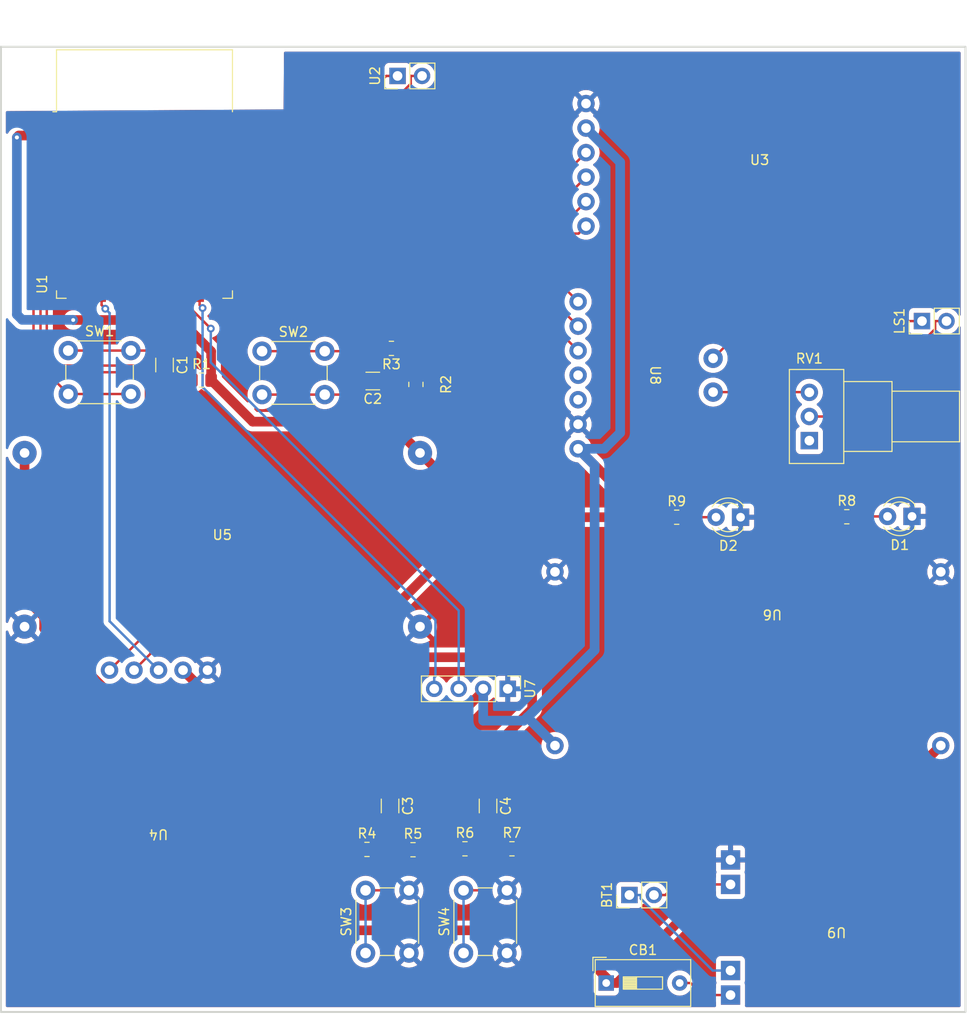
<source format=kicad_pcb>
(kicad_pcb (version 20211014) (generator pcbnew)
  (layers (0 "F.Cu" signal) (31 "B.Cu" signal) (34 "B.Paste" user) (35 "F.Paste" user) (36 "B.SilkS" user "B.Silkscreen") (37 "F.SilkS" user "F.Silkscreen") (38 "B.Mask" user) (39 "F.Mask" user) (44 "Edge.Cuts" user))
  (net 0 "")
  (net 1 "Net-(BT1-Pad1)")
  (net 2 "Net-(BT1-Pad2)")
  (net 3 "Net-(C1-Pad1)")
  (net 4 "Net-(C1-Pad2)")
  (net 5 "Net-(C2-Pad1)")
  (net 6 "Net-(C2-Pad2)")
  (net 7 "GND")
  (net 8 "B1")
  (net 9 "+4V")
  (net 10 "Net-(CB1-Pad2)")
  (net 11 "Net-(D1-Pad2)")
  (net 12 "Net-(D2-Pad2)")
  (net 13 "Net-(LS1-Pad1)")
  (net 14 "Net-(LS1-Pad2)")
  (net 15 "+3V3")
  (net 16 "Net-(R3-Pad2)")
  (net 17 "Net-(R5-Pad2)")
  (net 18 "Net-(R7-Pad2)")
  (net 19 "+5V")
  (net 21 "Net-(RV1-Pad3)")
  (net 28 "DIN")
  (net 31 "MOSI")
  (net 32 "SCLi2c")
  (net 33 "MISO")
  (net 40 "SCK")
  (net 41 "CS")
  (net 42 "SADi2c")
  (net 43 "VRX")
  (net 44 "VRY")
  (net 46 "SW")
  (net 47 "RX")
  (net 48 "TX")
  (net 49 "LRC")
  (net 50 "BCLK")
  (net 53 "Net-(SW1-Pad2)")
  (net 57 "B2")
  (footprint "Modulos:MicroSDCardAdapter" (layer "F.Cu") (at 108.6584 42.2339)
    (fp_text reference "U3" (at 0 -0.5 unlocked) (layer "F.SilkS"))
    (fp_text value "MicroSDCardAdapter")
    (pad "1" thru_hole circle (at -18 -6.35) (size 1.8 1.8) (drill 1) (layers *.Cu *.Mask) (net 7 "GND"))
    (pad "2" thru_hole circle (at -18 -3.81) (size 1.8 1.8) (drill 1) (layers *.Cu *.Mask) (net 19 "+5V"))
    (pad "3" thru_hole circle (at -18 -1.27) (size 1.8 1.8) (drill 1) (layers *.Cu *.Mask) (net 33 "MISO"))
    (pad "4" thru_hole circle (at -18 1.27) (size 1.8 1.8) (drill 1) (layers *.Cu *.Mask) (net 31 "MOSI"))
    (pad "5" thru_hole circle (at -18 3.81) (size 1.8 1.8) (drill 1) (layers *.Cu *.Mask) (net 40 "SCK"))
    (pad "6" thru_hole circle (at -18 6.35) (size 1.8 1.8) (drill 1) (layers *.Cu *.Mask) (net 41 "CS"))
  )
  (footprint "Resistor_SMD:R_0805_2012Metric_Pad1.20x1.40mm_HandSolder" (layer "F.Cu") (at 82.9796 113.0944)
    (fp_text reference "R7" (at 0 -1.65) (layer "F.SilkS"))
    (fp_text value "5.1k")
    (fp_line (start -0.227064 -0.735) (end 0.227064 -0.735) (layer "F.SilkS") (width 0.12))
    (fp_line (start -0.227064 0.735) (end 0.227064 0.735) (layer "F.SilkS") (width 0.12))
    (pad "1" smd roundrect (at -1 0) (size 1.2 1.4) (layers "F.Cu" "F.Paste" "F.Mask") (roundrect_rratio 0.2083333333) (net 57 "B2"))
    (pad "2" smd roundrect (at 1 0) (size 1.2 1.4) (layers "F.Cu" "F.Paste" "F.Mask") (roundrect_rratio 0.2083333333) (net 18 "Net-(R7-Pad2)"))
  )
  (footprint "Resistor_SMD:R_0805_2012Metric_Pad1.20x1.40mm_HandSolder" (layer "F.Cu") (at 73.0211 64.9825 90)
    (fp_text reference "R2" (at -0.0075 3.1289 90) (layer "F.SilkS"))
    (fp_text value "10k")
    (fp_line (start -0.227064 -0.735) (end 0.227064 -0.735) (layer "F.SilkS") (width 0.12))
    (fp_line (start -0.227064 0.735) (end 0.227064 0.735) (layer "F.SilkS") (width 0.12))
    (pad "1" smd roundrect (at -1 0 90) (size 1.2 1.4) (layers "F.Cu" "F.Paste" "F.Mask") (roundrect_rratio 0.2083333333) (net 15 "+3V3"))
    (pad "2" smd roundrect (at 1 0 90) (size 1.2 1.4) (layers "F.Cu" "F.Paste" "F.Mask") (roundrect_rratio 0.2083333333) (net 5 "Net-(C2-Pad1)"))
  )
  (footprint "Resistor_SMD:R_0805_2012Metric_Pad1.20x1.40mm_HandSolder" (layer "F.Cu") (at 117.6952 78.6919)
    (fp_text reference "R8" (at 0 -1.65) (layer "F.SilkS"))
    (fp_text value "1k")
    (fp_line (start -0.227064 0.735) (end 0.227064 0.735) (layer "F.SilkS") (width 0.12))
    (fp_line (start -0.227064 -0.735) (end 0.227064 -0.735) (layer "F.SilkS") (width 0.12))
    (pad "1" smd roundrect (at -1 0) (size 1.2 1.4) (layers "F.Cu" "F.Paste" "F.Mask") (roundrect_rratio 0.2083333333) (net 19 "+5V"))
    (pad "2" smd roundrect (at 1 0) (size 1.2 1.4) (layers "F.Cu" "F.Paste" "F.Mask") (roundrect_rratio 0.2083333333) (net 11 "Net-(D1-Pad2)"))
  )
  (footprint "Potentiometer_THT:Potentiometer_Alps_RK09Y11_Single_Horizontal" (layer "F.Cu") (at 113.8133 70.8048 180)
    (fp_text reference "RV1" (at 0 8.5) (layer "F.SilkS"))
    (fp_text value "R_Potentiometer")
    (fp_line (start 2.071 7.37) (end 2.071 -2.37) (layer "F.SilkS") (width 0.12))
    (fp_line (start -3.57 -1.12) (end -8.57 -1.12) (layer "F.SilkS") (width 0.12))
    (fp_line (start -8.57 -0.12) (end -15.57 -0.12) (layer "F.SilkS") (width 0.12))
    (fp_line (start -3.57 6.12) (end -8.57 6.12) (layer "F.SilkS") (width 0.12))
    (fp_line (start 2.071 7.37) (end -3.57 7.37) (layer "F.SilkS") (width 0.12))
    (fp_line (start -8.57 6.12) (end -8.57 -1.12) (layer "F.SilkS") (width 0.12))
    (fp_line (start -3.57 7.37) (end -3.57 -2.37) (layer "F.SilkS") (width 0.12))
    (fp_line (start 2.071 -2.37) (end -3.57 -2.37) (layer "F.SilkS") (width 0.12))
    (fp_line (start -15.57 5.12) (end -15.57 -0.12) (layer "F.SilkS") (width 0.12))
    (fp_line (start -8.57 5.12) (end -15.57 5.12) (layer "F.SilkS") (width 0.12))
    (pad "1" thru_hole rect (at 0 0) (size 1.8 1.8) (drill 1) (layers *.Cu *.Mask))
    (pad "2" thru_hole circle (at 0 2.5) (size 1.8 1.8) (drill 1) (layers *.Cu *.Mask) (net 14 "Net-(LS1-Pad2)"))
    (pad "3" thru_hole circle (at 0 5) (size 1.8 1.8) (drill 1) (layers *.Cu *.Mask) (net 21 "Net-(RV1-Pad3)"))
  )
  (footprint "Capacitor_SMD:C_1206_3216Metric_Pad1.33x1.80mm_HandSolder" (layer "F.Cu") (at 70.3414 108.6553 -90)
    (fp_text reference "C3" (at 0 -1.85 90) (layer "F.SilkS"))
    (fp_text value "100n")
    (fp_line (start -0.711252 -0.91) (end 0.711252 -0.91) (layer "F.SilkS") (width 0.12))
    (fp_line (start -0.711252 0.91) (end 0.711252 0.91) (layer "F.SilkS") (width 0.12))
    (pad "1" smd roundrect (at -1.5625 0 270) (size 1.325 1.8) (layers "F.Cu" "F.Paste" "F.Mask") (roundrect_rratio 0.1886792453) (net 7 "GND"))
    (pad "2" smd roundrect (at 1.5625 0 270) (size 1.325 1.8) (layers "F.Cu" "F.Paste" "F.Mask") (roundrect_rratio 0.1886792453) (net 8 "B1"))
  )
  (footprint "Modulos:LM2596" (layer "F.Cu") (at 52.9471 81.0797)
    (fp_text reference "U5" (at 0 -0.5 unlocked) (layer "F.SilkS"))
    (fp_text value "LM2596")
    (pad "1" thru_hole circle (at -20.5 -9) (size 2.5 2.5) (drill 1) (layers *.Cu *.Mask) (net 9 "+4V"))
    (pad "2" thru_hole circle (at -20.5 9) (size 2.5 2.5) (drill 1) (layers *.Cu *.Mask) (net 7 "GND"))
    (pad "3" thru_hole circle (at 20.5 -9) (size 2.5 2.5) (drill 1) (layers *.Cu *.Mask) (net 15 "+3V3"))
    (pad "4" thru_hole circle (at 20.5 9) (size 2.5 2.5) (drill 1) (layers *.Cu *.Mask) (net 7 "GND"))
  )
  (footprint "Connector_PinHeader_2.54mm:PinHeader_1x02_P2.54mm_Vertical" (layer "F.Cu") (at 95.1591 117.885 90)
    (fp_text reference "BT1" (at 0 -2.33 90) (layer "F.SilkS"))
    (fp_text value "Battery_Cell")
    (fp_line (start -1.33 1.27) (end 1.33 1.27) (layer "F.SilkS") (width 0.12))
    (fp_line (start -1.33 1.27) (end -1.33 3.87) (layer "F.SilkS") (width 0.12))
    (fp_line (start 1.33 1.27) (end 1.33 3.87) (layer "F.SilkS") (width 0.12))
    (fp_line (start -1.33 -1.33) (end 0 -1.33) (layer "F.SilkS") (width 0.12))
    (fp_line (start -1.33 3.87) (end 1.33 3.87) (layer "F.SilkS") (width 0.12))
    (fp_line (start -1.33 0) (end -1.33 -1.33) (layer "F.SilkS") (width 0.12))
    (pad "1" thru_hole rect (at 0 0 90) (size 1.7 1.7) (drill 1) (layers *.Cu *.Mask) (net 1 "Net-(BT1-Pad1)"))
    (pad "2" thru_hole oval (at 0 2.54 90) (size 1.7 1.7) (drill 1) (layers *.Cu *.Mask) (net 2 "Net-(BT1-Pad2)"))
  )
  (footprint "Capacitor_SMD:C_1206_3216Metric_Pad1.33x1.80mm_HandSolder" (layer "F.Cu") (at 68.55 64.63 180)
    (fp_text reference "C2" (at 0 -1.85) (layer "F.SilkS"))
    (fp_text value "100n")
    (fp_line (start -0.711252 0.91) (end 0.711252 0.91) (layer "F.SilkS") (width 0.12))
    (fp_line (start -0.711252 -0.91) (end 0.711252 -0.91) (layer "F.SilkS") (width 0.12))
    (pad "1" smd roundrect (at -1.5625 0 180) (size 1.325 1.8) (layers "F.Cu" "F.Paste" "F.Mask") (roundrect_rratio 0.1886792453) (net 5 "Net-(C2-Pad1)"))
    (pad "2" smd roundrect (at 1.5625 0 180) (size 1.325 1.8) (layers "F.Cu" "F.Paste" "F.Mask") (roundrect_rratio 0.1886792453) (net 6 "Net-(C2-Pad2)"))
  )
  (footprint "Modulos:MAX98357a" (layer "F.Cu") (at 97.3372 64.0287 -90)
    (fp_text reference "U8" (at 0 -0.5 -90 unlocked) (layer "F.SilkS"))
    (fp_text value "MAX_98357A")
    (pad "1" thru_hole circle (at -7.62 7.5 270) (size 1.8 1.8) (drill 1) (layers *.Cu *.Mask) (net 49 "LRC"))
    (pad "2" thru_hole circle (at -5.08 7.5 270) (size 1.8 1.8) (drill 1) (layers *.Cu *.Mask) (net 50 "BCLK"))
    (pad "3" thru_hole circle (at -2.54 7.5 270) (size 1.8 1.8) (drill 1) (layers *.Cu *.Mask) (net 28 "DIN"))
    (pad "4" thru_hole circle (at 0 7.5 270) (size 1.8 1.8) (drill 1) (layers *.Cu *.Mask))
    (pad "5" thru_hole circle (at 2.54 7.5 270) (size 1.8 1.8) (drill 1) (layers *.Cu *.Mask))
    (pad "6" thru_hole circle (at 5.08 7.5 270) (size 1.8 1.8) (drill 1) (layers *.Cu *.Mask) (net 7 "GND"))
    (pad "7" thru_hole circle (at 7.62 7.5 270) (size 1.8 1.8) (drill 1) (layers *.Cu *.Mask) (net 19 "+5V"))
    (pad "8" thru_hole circle (at -1.75 -6.5 270) (size 2 2) (drill 1) (layers *.Cu *.Mask) (net 13 "Net-(LS1-Pad1)"))
    (pad "9" thru_hole circle (at 1.75 -6.5 270) (size 2 2) (drill 1) (layers *.Cu *.Mask) (net 21 "Net-(RV1-Pad3)"))
  )
  (footprint "RF_Module:ESP32-WROOM-32" (layer "F.Cu") (at 44.88 46.1784)
    (fp_text reference "U1" (at -10.61 8.43 90) (layer "F.SilkS"))
    (fp_text value "ESP32-WROOM-32")
    (fp_line (start 9.12 -15.865) (end 9.12 -9.445) (layer "F.SilkS") (width 0.12))
    (fp_line (start -9.12 9.88) (end -8.12 9.88) (layer "F.SilkS") (width 0.12))
    (fp_line (start -9.12 -15.865) (end 9.12 -15.865) (layer "F.SilkS") (width 0.12))
    (fp_line (start -9.12 -9.445) (end -9.5 -9.445) (layer "F.SilkS") (width 0.12))
    (fp_line (start -9.12 9.1) (end -9.12 9.88) (layer "F.SilkS") (width 0.12))
    (fp_line (start 9.12 9.88) (end 8.12 9.88) (layer "F.SilkS") (width 0.12))
    (fp_line (start -9.12 -15.865) (end -9.12 -9.445) (layer "F.SilkS") (width 0.12))
    (fp_line (start 9.12 9.1) (end 9.12 9.88) (layer "F.SilkS") (width 0.12))
    (pad "1" smd rect (at -8.5 -8.255) (size 2 0.9) (layers "F.Cu" "F.Paste" "F.Mask") (net 7 "GND"))
    (pad "2" smd rect (at -8.5 -6.985) (size 2 0.9) (layers "F.Cu" "F.Paste" "F.Mask") (net 15 "+3V3"))
    (pad "3" smd rect (at -8.5 -5.715) (size 2 0.9) (layers "F.Cu" "F.Paste" "F.Mask") (net 53 "Net-(SW1-Pad2)"))
    (pad "4" smd rect (at -8.5 -4.445) (size 2 0.9) (layers "F.Cu" "F.Paste" "F.Mask"))
    (pad "5" smd rect (at -8.5 -3.175) (size 2 0.9) (layers "F.Cu" "F.Paste" "F.Mask"))
    (pad "6" smd rect (at -8.5 -1.905) (size 2 0.9) (layers "F.Cu" "F.Paste" "F.Mask"))
    (pad "7" smd rect (at -8.5 -0.635) (size 2 0.9) (layers "F.Cu" "F.Paste" "F.Mask"))
    (pad "8" smd rect (at -8.5 0.635) (size 2 0.9) (layers "F.Cu" "F.Paste" "F.Mask"))
    (pad "9" smd rect (at -8.5 1.905) (size 2 0.9) (layers "F.Cu" "F.Paste" "F.Mask"))
    (pad "10" smd rect (at -8.5 3.175) (size 2 0.9) (layers "F.Cu" "F.Paste" "F.Mask"))
    (pad "11" smd rect (at -8.5 4.445) (size 2 0.9) (layers "F.Cu" "F.Paste" "F.Mask"))
    (pad "12" smd rect (at -8.5 5.715) (size 2 0.9) (layers "F.Cu" "F.Paste" "F.Mask"))
    (pad "13" smd rect (at -8.5 6.985) (size 2 0.9) (layers "F.Cu" "F.Paste" "F.Mask") (net 46 "SW"))
    (pad "14" smd rect (at -8.5 8.255) (size 2 0.9) (layers "F.Cu" "F.Paste" "F.Mask") (net 44 "VRY"))
    (pad "15" smd rect (at -5.715 9.255 90) (size 2 0.9) (layers "F.Cu" "F.Paste" "F.Mask") (net 7 "GND"))
    (pad "16" smd rect (at -4.445 9.255 90) (size 2 0.9) (layers "F.Cu" "F.Paste" "F.Mask") (net 43 "VRX"))
    (pad "17" smd rect (at -3.175 9.255 90) (size 2 0.9) (layers "F.Cu" "F.Paste" "F.Mask"))
    (pad "18" smd rect (at -1.905 9.255 90) (size 2 0.9) (layers "F.Cu" "F.Paste" "F.Mask"))
    (pad "19" smd rect (at -0.635 9.255 90) (size 2 0.9) (layers "F.Cu" "F.Paste" "F.Mask"))
    (pad "20" smd rect (at 0.635 9.255 90) (size 2 0.9) (layers "F.Cu" "F.Paste" "F.Mask"))
    (pad "21" smd rect (at 1.905 9.255 90) (size 2 0.9) (layers "F.Cu" "F.Paste" "F.Mask"))
    (pad "22" smd rect (at 3.175 9.255 90) (size 2 0.9) (layers "F.Cu" "F.Paste" "F.Mask"))
    (pad "23" smd rect (at 4.445 9.255 90) (size 2 0.9) (layers "F.Cu" "F.Paste" "F.Mask") (net 42 "SADi2c"))
    (pad "24" smd rect (at 5.715 9.255 90) (size 2 0.9) (layers "F.Cu" "F.Paste" "F.Mask") (net 32 "SCLi2c"))
    (pad "25" smd rect (at 8.5 8.255) (size 2 0.9) (layers "F.Cu" "F.Paste" "F.Mask") (net 5 "Net-(C2-Pad1)"))
    (pad "26" smd rect (at 8.5 6.985) (size 2 0.9) (layers "F.Cu" "F.Paste" "F.Mask") (net 28 "DIN"))
    (pad "27" smd rect (at 8.5 5.715) (size 2 0.9) (layers "F.Cu" "F.Paste" "F.Mask") (net 50 "BCLK"))
    (pad "28" smd rect (at 8.5 4.445) (size 2 0.9) (layers "F.Cu" "F.Paste" "F.Mask") (net 49 "LRC"))
    (pad "29" smd rect (at 8.5 3.175) (size 2 0.9) (layers "F.Cu" "F.Paste" "F.Mask") (net 41 "CS"))
    (pad "30" smd rect (at 8.5 1.905) (size 2 0.9) (layers "F.Cu" "F.Paste" "F.Mask") (net 40 "SCK"))
    (pad "31" smd rect (at 8.5 0.635) (size 2 0.9) (layers "F.Cu" "F.Paste" "F.Mask") (net 31 "MOSI"))
    (pad "32" smd rect (at 8.5 -0.635) (size 2 0.9) (layers "F.Cu" "F.Paste" "F.Mask"))
    (pad "33" smd rect (at 8.5 -1.905) (size 2 0.9) (layers "F.Cu" "F.Paste" "F.Mask") (net 33 "MISO"))
    (pad "34" smd rect (at 8.5 -3.175) (size 2 0.9) (layers "F.Cu" "F.Paste" "F.Mask") (net 47 "RX"))
    (pad "35" smd rect (at 8.5 -4.445) (size 2 0.9) (layers "F.Cu" "F.Paste" "F.Mask") (net 48 "TX"))
    (pad "36" smd rect (at 8.5 -5.715) (size 2 0.9) (layers "F.Cu" "F.Paste" "F.Mask"))
    (pad "37" smd rect (at 8.5 -6.985) (size 2 0.9) (layers "F.Cu" "F.Paste" "F.Mask"))
    (pad "38" smd rect (at 8.5 -8.255) (size 2 0.9) (layers "F.Cu" "F.Paste" "F.Mask") (net 7 "GND"))
    (pad "39" smd rect (at -1 -0.755) (size 5 5) (layers "F.Cu" "F.Paste" "F.Mask") (net 7 "GND"))
    (zone (net 0) (net_name "") (layers *.Cu) (connect_pads (clearance 0)) (min_thickness 0.254)
      (keepout (tracks not_allowed) (vias not_allowed) (pads not_allowed) (copperpour not_allowed) (footprints not_allowed))
      (fill (thermal_gap 0.508) (thermal_bridge_width 0.508))
      (polygon (pts (xy 30.88 36.2084) (xy 58.88 36.2084) (xy 58.88 25.4284) (xy 30.88 25.4284)))
    )
  )
  (footprint "Capacitor_SMD:C_1206_3216Metric_Pad1.33x1.80mm_HandSolder" (layer "F.Cu") (at 46.9591 62.973 -90)
    (fp_text reference "C1" (at 0 -1.85 90) (layer "F.SilkS"))
    (fp_text value "100n")
    (fp_line (start -0.711252 0.91) (end 0.711252 0.91) (layer "F.SilkS") (width 0.12))
    (fp_line (start -0.711252 -0.91) (end 0.711252 -0.91) (layer "F.SilkS") (width 0.12))
    (pad "1" smd roundrect (at -1.5625 0 270) (size 1.325 1.8) (layers "F.Cu" "F.Paste" "F.Mask") (roundrect_rratio 0.1886792453) (net 3 "Net-(C1-Pad1)"))
    (pad "2" smd roundrect (at 1.5625 0 270) (size 1.325 1.8) (layers "F.Cu" "F.Paste" "F.Mask") (roundrect_rratio 0.1886792453) (net 4 "Net-(C1-Pad2)"))
  )
  (footprint "Resistor_SMD:R_0805_2012Metric_Pad1.20x1.40mm_HandSolder" (layer "F.Cu") (at 72.7228 113.1905)
    (fp_text reference "R5" (at 0 -1.65) (layer "F.SilkS"))
    (fp_text value "5.1k")
    (fp_line (start -0.227064 0.735) (end 0.227064 0.735) (layer "F.SilkS") (width 0.12))
    (fp_line (start -0.227064 -0.735) (end 0.227064 -0.735) (layer "F.SilkS") (width 0.12))
    (pad "1" smd roundrect (at -1 0) (size 1.2 1.4) (layers "F.Cu" "F.Paste" "F.Mask") (roundrect_rratio 0.2083333333) (net 8 "B1"))
    (pad "2" smd roundrect (at 1 0) (size 1.2 1.4) (layers "F.Cu" "F.Paste" "F.Mask") (roundrect_rratio 0.2083333333) (net 17 "Net-(R5-Pad2)"))
  )
  (footprint "LED_THT:LED_D3.0mm" (layer "F.Cu") (at 124.46 78.66 180)
    (fp_text reference "D1" (at 1.27 -2.96) (layer "F.SilkS"))
    (fp_text value "LED")
    (fp_line (start -0.29 1.08) (end -0.29 1.236) (layer "F.SilkS") (width 0.12))
    (fp_line (start -0.29 -1.236) (end -0.29 -1.08) (layer "F.SilkS") (width 0.12))
    (fp_arc (start 2.942335 1.078608) (mid 1.366487 1.987659) (end -0.29 1.235516) (layer "F.SilkS") (width 0.12))
    (fp_arc (start 2.31113 1.079837) (mid 1.270117 1.5) (end 0.229039 1.08) (layer "F.SilkS") (width 0.12))
    (fp_arc (start 0.229039 -1.08) (mid 1.270117 -1.5) (end 2.31113 -1.079837) (layer "F.SilkS") (width 0.12))
    (fp_arc (start -0.29 -1.235516) (mid 1.366487 -1.987659) (end 2.942335 -1.078608) (layer "F.SilkS") (width 0.12))
    (pad "1" thru_hole rect (at 0 0 180) (size 1.8 1.8) (drill 0.9) (layers *.Cu *.Mask) (net 7 "GND"))
    (pad "2" thru_hole circle (at 2.54 0 180) (size 1.8 1.8) (drill 0.9) (layers *.Cu *.Mask) (net 11 "Net-(D1-Pad2)"))
  )
  (footprint "Resistor_SMD:R_0805_2012Metric_Pad1.20x1.40mm_HandSolder" (layer "F.Cu") (at 78.1087 113.0943)
    (fp_text reference "R6" (at 0 -1.65) (layer "F.SilkS"))
    (fp_text value "51k")
    (fp_line (start -0.227064 0.735) (end 0.227064 0.735) (layer "F.SilkS") (width 0.12))
    (fp_line (start -0.227064 -0.735) (end 0.227064 -0.735) (layer "F.SilkS") (width 0.12))
    (pad "1" smd roundrect (at -1 0) (size 1.2 1.4) (layers "F.Cu" "F.Paste" "F.Mask") (roundrect_rratio 0.2083333333) (net 15 "+3V3"))
    (pad "2" smd roundrect (at 1 0) (size 1.2 1.4) (layers "F.Cu" "F.Paste" "F.Mask") (roundrect_rratio 0.2083333333) (net 57 "B2"))
  )
  (footprint "Modulos:Tp056" (layer "F.Cu") (at 116.6401 121.247 180)
    (fp_text reference "U9" (at 0 -0.5 180 unlocked) (layer "F.SilkS"))
    (fp_text value "TP4056")
    (pad "1" thru_hole rect (at 11 -7 180) (size 2 2) (drill 1) (layers *.Cu *.Mask) (net 10 "Net-(CB1-Pad2)"))
    (pad "2" thru_hole rect (at 11 -4.46 180) (size 2 2) (drill 1) (layers *.Cu *.Mask) (net 1 "Net-(BT1-Pad1)"))
    (pad "3" thru_hole rect (at 11 4.46 180) (size 2 2) (drill 1) (layers *.Cu *.Mask) (net 2 "Net-(BT1-Pad2)"))
    (pad "4" thru_hole rect (at 11 7 180) (size 2 2) (drill 1) (layers *.Cu *.Mask) (net 7 "GND"))
  )
  (footprint "Resistor_SMD:R_0805_2012Metric_Pad1.20x1.40mm_HandSolder" (layer "F.Cu") (at 67.948 113.1585)
    (fp_text reference "R4" (at 0 -1.65) (layer "F.SilkS"))
    (fp_text value "51k")
    (fp_line (start -0.227064 0.735) (end 0.227064 0.735) (layer "F.SilkS") (width 0.12))
    (fp_line (start -0.227064 -0.735) (end 0.227064 -0.735) (layer "F.SilkS") (width 0.12))
    (pad "1" smd roundrect (at -1 0) (size 1.2 1.4) (layers "F.Cu" "F.Paste" "F.Mask") (roundrect_rratio 0.2083333333) (net 15 "+3V3"))
    (pad "2" smd roundrect (at 1 0) (size 1.2 1.4) (layers "F.Cu" "F.Paste" "F.Mask") (roundrect_rratio 0.2083333333) (net 8 "B1"))
  )
  (footprint "Modulos:HW-504" (layer "F.Cu") (at 46.3361 111.0883 180)
    (fp_text reference "U4" (at 0 -0.5 180 unlocked) (layer "F.SilkS"))
    (fp_text value "HW-504")
    (pad "1" thru_hole circle (at -5.08 16.5 180) (size 1.8 1.8) (drill 1) (layers *.Cu *.Mask) (net 7 "GND"))
    (pad "2" thru_hole circle (at -2.54 16.5 180) (size 1.8 1.8) (drill 1) (layers *.Cu *.Mask) (net 19 "+5V"))
    (pad "3" thru_hole circle (at 0 16.5 180) (size 1.8 1.8) (drill 1) (layers *.Cu *.Mask) (net 43 "VRX"))
    (pad "4" thru_hole circle (at 2.54 16.5 180) (size 1.8 1.8) (drill 1) (layers *.Cu *.Mask) (net 44 "VRY"))
    (pad "5" thru_hole circle (at 5.08 16.5 180) (size 1.8 1.8) (drill 1) (layers *.Cu *.Mask) (net 46 "SW"))
  )
  (footprint "Button_Switch_THT:SW_DIP_SPSTx01_Slide_9.78x4.72mm_W7.62mm_P2.54mm" (layer "F.Cu") (at 92.7525 127)
    (fp_text reference "CB1" (at 3.81 -3.42) (layer "F.SilkS"))
    (fp_text value "CircuitBreaker_1P")
    (fp_line (start 1.78 -0.035) (end 3.133333 -0.035) (layer "F.SilkS") (width 0.12))
    (fp_line (start 1.78 0.635) (end 5.84 0.635) (layer "F.SilkS") (width 0.12))
    (fp_line (start 3.133333 -0.635) (end 3.133333 0.635) (layer "F.SilkS") (width 0.12))
    (fp_line (start 1.78 0.445) (end 3.133333 0.445) (layer "F.SilkS") (width 0.12))
    (fp_line (start 1.78 -0.635) (end 1.78 0.635) (layer "F.SilkS") (width 0.12))
    (fp_line (start -1.14 2.42) (end 8.76 2.42) (layer "F.SilkS") (width 0.12))
    (fp_line (start 1.78 -0.155) (end 3.133333 -0.155) (layer "F.SilkS") (width 0.12))
    (fp_line (start 5.84 0.635) (end 5.84 -0.635) (layer "F.SilkS") (width 0.12))
    (fp_line (start -1.14 -2.42) (end -1.14 2.42) (layer "F.SilkS") (width 0.12))
    (fp_line (start -1.38 -2.66) (end -1.38 -1.277) (layer "F.SilkS") (width 0.12))
    (fp_line (start 1.78 0.205) (end 3.133333 0.205) (layer "F.SilkS") (width 0.12))
    (fp_line (start -1.38 -2.66) (end 0.004 -2.66) (layer "F.SilkS") (width 0.12))
    (fp_line (start 1.78 -0.275) (end 3.133333 -0.275) (layer "F.SilkS") (width 0.12))
    (fp_line (start 1.78 0.085) (end 3.133333 0.085) (layer "F.SilkS") (width 0.12))
    (fp_line (start 8.76 -2.42) (end 8.76 2.42) (layer "F.SilkS") (width 0.12))
    (fp_line (start 1.78 -0.395) (end 3.133333 -0.395) (layer "F.SilkS") (width 0.12))
    (fp_line (start -1.14 -2.42) (end 8.76 -2.42) (layer "F.SilkS") (width 0.12))
    (fp_line (start 1.78 0.325) (end 3.133333 0.325) (layer "F.SilkS") (width 0.12))
    (fp_line (start 1.78 0.565) (end 3.133333 0.565) (layer "F.SilkS") (width 0.12))
    (fp_line (start 5.84 -0.635) (end 1.78 -0.635) (layer "F.SilkS") (width 0.12))
    (fp_line (start 1.78 -0.515) (end 3.133333 -0.515) (layer "F.SilkS") (width 0.12))
    (pad "1" thru_hole rect (at 0 0) (size 1.6 1.6) (drill 0.8) (layers *.Cu *.Mask) (net 9 "+4V"))
    (pad "2" thru_hole oval (at 7.62 0) (size 1.6 1.6) (drill 0.8) (layers *.Cu *.Mask) (net 10 "Net-(CB1-Pad2)"))
  )
  (footprint "Capacitor_SMD:C_1206_3216Metric_Pad1.33x1.80mm_HandSolder" (layer "F.Cu") (at 80.5014 108.6553 -90)
    (fp_text reference "C4" (at 0 -1.85 90) (layer "F.SilkS"))
    (fp_text value "100n")
    (fp_line (start -0.711252 0.91) (end 0.711252 0.91) (layer "F.SilkS") (width 0.12))
    (fp_line (start -0.711252 -0.91) (end 0.711252 -0.91) (layer "F.SilkS") (width 0.12))
    (pad "1" smd roundrect (at -1.5625 0 270) (size 1.325 1.8) (layers "F.Cu" "F.Paste" "F.Mask") (roundrect_rratio 0.1886792453) (net 7 "GND"))
    (pad "2" smd roundrect (at 1.5625 0 270) (size 1.325 1.8) (layers "F.Cu" "F.Paste" "F.Mask") (roundrect_rratio 0.1886792453) (net 57 "B2"))
  )
  (footprint "Connector_PinHeader_2.54mm:PinHeader_1x02_P2.54mm_Vertical" (layer "F.Cu") (at 71.12 33.02 90)
    (fp_text reference "U2" (at 0 -2.33 90) (layer "F.SilkS"))
    (fp_text value "RS232")
    (fp_line (start -1.33 -1.33) (end 0 -1.33) (layer "F.SilkS") (width 0.12))
    (fp_line (start -1.33 1.27) (end -1.33 3.87) (layer "F.SilkS") (width 0.12))
    (fp_line (start -1.33 1.27) (end 1.33 1.27) (layer "F.SilkS") (width 0.12))
    (fp_line (start -1.33 3.87) (end 1.33 3.87) (layer "F.SilkS") (width 0.12))
    (fp_line (start 1.33 1.27) (end 1.33 3.87) (layer "F.SilkS") (width 0.12))
    (fp_line (start -1.33 0) (end -1.33 -1.33) (layer "F.SilkS") (width 0.12))
    (pad "1" thru_hole rect (at 0 0 90) (size 1.7 1.7) (drill 1) (layers *.Cu *.Mask) (net 48 "TX"))
    (pad "2" thru_hole oval (at 0 2.54 90) (size 1.7 1.7) (drill 1) (layers *.Cu *.Mask) (net 47 "RX"))
  )
  (footprint "LED_THT:LED_D3.0mm" (layer "F.Cu") (at 106.68 78.74 180)
    (fp_text reference "D2" (at 1.27 -2.96) (layer "F.SilkS"))
    (fp_text value "LED")
    (fp_line (start -0.29 -1.236) (end -0.29 -1.08) (layer "F.SilkS") (width 0.12))
    (fp_line (start -0.29 1.08) (end -0.29 1.236) (layer "F.SilkS") (width 0.12))
    (fp_arc (start 2.31113 1.079837) (mid 1.270117 1.5) (end 0.229039 1.08) (layer "F.SilkS") (width 0.12))
    (fp_arc (start 0.229039 -1.08) (mid 1.270117 -1.5) (end 2.31113 -1.079837) (layer "F.SilkS") (width 0.12))
    (fp_arc (start 2.942335 1.078608) (mid 1.366487 1.987659) (end -0.29 1.235516) (layer "F.SilkS") (width 0.12))
    (fp_arc (start -0.29 -1.235516) (mid 1.366487 -1.987659) (end 2.942335 -1.078608) (layer "F.SilkS") (width 0.12))
    (pad "1" thru_hole rect (at 0 0 180) (size 1.8 1.8) (drill 0.9) (layers *.Cu *.Mask) (net 7 "GND"))
    (pad "2" thru_hole circle (at 2.54 0 180) (size 1.8 1.8) (drill 0.9) (layers *.Cu *.Mask) (net 12 "Net-(D2-Pad2)"))
  )
  (footprint "Button_Switch_THT:SW_PUSH_6mm_H5mm" (layer "F.Cu") (at 77.9614 123.8953 90)
    (fp_text reference "SW4" (at 3.25 -2 90) (layer "F.SilkS"))
    (fp_text value "SW_Push")
    (fp_line (start -0.25 1.5) (end -0.25 3) (layer "F.SilkS") (width 0.12))
    (fp_line (start 1 5.5) (end 5.5 5.5) (layer "F.SilkS") (width 0.12))
    (fp_line (start 6.75 3) (end 6.75 1.5) (layer "F.SilkS") (width 0.12))
    (fp_line (start 5.5 -1) (end 1 -1) (layer "F.SilkS") (width 0.12))
    (pad "1" thru_hole circle (at 6.5 0 180) (size 2 2) (drill 1.1) (layers *.Cu *.Mask) (net 18 "Net-(R7-Pad2)"))
    (pad "1" thru_hole circle (at 0 0 180) (size 2 2) (drill 1.1) (layers *.Cu *.Mask) (net 18 "Net-(R7-Pad2)"))
    (pad "2" thru_hole circle (at 6.5 4.5 180) (size 2 2) (drill 1.1) (layers *.Cu *.Mask) (net 7 "GND"))
    (pad "2" thru_hole circle (at 0 4.5 180) (size 2 2) (drill 1.1) (layers *.Cu *.Mask) (net 7 "GND"))
  )
  (footprint "Resistor_SMD:R_0805_2012Metric_Pad1.20x1.40mm_HandSolder" (layer "F.Cu") (at 100.06 78.74)
    (fp_text reference "R9" (at 0 -1.65) (layer "F.SilkS"))
    (fp_text value "470")
    (fp_line (start -0.227064 -0.735) (end 0.227064 -0.735) (layer "F.SilkS") (width 0.12))
    (fp_line (start -0.227064 0.735) (end 0.227064 0.735) (layer "F.SilkS") (width 0.12))
    (pad "1" smd roundrect (at -1 0) (size 1.2 1.4) (layers "F.Cu" "F.Paste" "F.Mask") (roundrect_rratio 0.2083333333) (net 15 "+3V3"))
    (pad "2" smd roundrect (at 1 0) (size 1.2 1.4) (layers "F.Cu" "F.Paste" "F.Mask") (roundrect_rratio 0.2083333333) (net 12 "Net-(D2-Pad2)"))
  )
  (footprint "Resistor_SMD:R_0805_2012Metric_Pad1.20x1.40mm_HandSolder" (layer "F.Cu") (at 70.4811 61.2484 180)
    (fp_text reference "R3" (at 0 -1.65) (layer "F.SilkS"))
    (fp_text value "470")
    (fp_line (start -0.227064 0.735) (end 0.227064 0.735) (layer "F.SilkS") (width 0.12))
    (fp_line (start -0.227064 -0.735) (end 0.227064 -0.735) (layer "F.SilkS") (width 0.12))
    (pad "1" smd roundrect (at -1 0 180) (size 1.2 1.4) (layers "F.Cu" "F.Paste" "F.Mask") (roundrect_rratio 0.2083333333) (net 5 "Net-(C2-Pad1)"))
    (pad "2" smd roundrect (at 1 0 180) (size 1.2 1.4) (layers "F.Cu" "F.Paste" "F.Mask") (roundrect_rratio 0.2083333333) (net 16 "Net-(R3-Pad2)"))
  )
  (footprint "Modulos:XL6009E1" (layer "F.Cu") (at 107.4403 93.4005 180)
    (fp_text reference "U6" (at -2.54 4.58 180 unlocked) (layer "F.SilkS"))
    (fp_text value "XL6009E1")
    (pad "1" thru_hole circle (at -20 -9 180) (size 1.8 1.8) (drill 1) (layers *.Cu *.Mask) (net 9 "+4V"))
    (pad "2" thru_hole circle (at -20 9 180) (size 1.8 1.8) (drill 1) (layers *.Cu *.Mask) (net 7 "GND"))
    (pad "3" thru_hole circle (at 20 -9 180) (size 1.8 1.8) (drill 1) (layers *.Cu *.Mask) (net 19 "+5V"))
    (pad "4" thru_hole circle (at 20 9 180) (size 1.8 1.8) (drill 1) (layers *.Cu *.Mask) (net 7 "GND"))
  )
  (footprint "Button_Switch_THT:SW_PUSH_6mm_H5mm" (layer "F.Cu") (at 36.975 61.4751)
    (fp_text reference "SW1" (at 3.25 -2) (layer "F.SilkS"))
    (fp_text value "SW_Push")
    (fp_line (start 6.75 3) (end 6.75 1.5) (layer "F.SilkS") (width 0.12))
    (fp_line (start 1 5.5) (end 5.5 5.5) (layer "F.SilkS") (width 0.12))
    (fp_line (start -0.25 1.5) (end -0.25 3) (layer "F.SilkS") (width 0.12))
    (fp_line (start 5.5 -1) (end 1 -1) (layer "F.SilkS") (width 0.12))
    (pad "1" thru_hole circle (at 6.5 0 90) (size 2 2) (drill 1.1) (layers *.Cu *.Mask) (net 3 "Net-(C1-Pad1)"))
    (pad "1" thru_hole circle (at 0 0 90) (size 2 2) (drill 1.1) (layers *.Cu *.Mask) (net 3 "Net-(C1-Pad1)"))
    (pad "2" thru_hole circle (at 6.5 4.5 90) (size 2 2) (drill 1.1) (layers *.Cu *.Mask) (net 53 "Net-(SW1-Pad2)"))
    (pad "2" thru_hole circle (at 0 4.5 90) (size 2 2) (drill 1.1) (layers *.Cu *.Mask) (net 53 "Net-(SW1-Pad2)"))
  )
  (footprint "Resistor_SMD:R_0805_2012Metric_Pad1.20x1.40mm_HandSolder" (layer "F.Cu") (at 50.7916 64.5339)
    (fp_text reference "R1" (at 0 -1.65) (layer "F.SilkS"))
    (fp_text value "10k")
    (fp_line (start -0.227064 0.735) (end 0.227064 0.735) (layer "F.SilkS") (width 0.12))
    (fp_line (start -0.227064 -0.735) (end 0.227064 -0.735) (layer "F.SilkS") (width 0.12))
    (pad "1" smd roundrect (at -1 0) (size 1.2 1.4) (layers "F.Cu" "F.Paste" "F.Mask") (roundrect_rratio 0.2083333333) (net 4 "Net-(C1-Pad2)"))
    (pad "2" smd roundrect (at 1 0) (size 1.2 1.4) (layers "F.Cu" "F.Paste" "F.Mask") (roundrect_rratio 0.2083333333) (net 15 "+3V3"))
  )
  (footprint "Button_Switch_THT:SW_PUSH_6mm_H5mm" (layer "F.Cu") (at 57.0711 61.5384)
    (fp_text reference "SW2" (at 3.25 -2) (layer "F.SilkS"))
    (fp_text value "SW_Push")
    (fp_line (start 6.75 3) (end 6.75 1.5) (layer "F.SilkS") (width 0.12))
    (fp_line (start 5.5 -1) (end 1 -1) (layer "F.SilkS") (width 0.12))
    (fp_line (start 1 5.5) (end 5.5 5.5) (layer "F.SilkS") (width 0.12))
    (fp_line (start -0.25 1.5) (end -0.25 3) (layer "F.SilkS") (width 0.12))
    (pad "1" thru_hole circle (at 6.5 0 90) (size 2 2) (drill 1.1) (layers *.Cu *.Mask) (net 16 "Net-(R3-Pad2)"))
    (pad "1" thru_hole circle (at 0 0 90) (size 2 2) (drill 1.1) (layers *.Cu *.Mask) (net 16 "Net-(R3-Pad2)"))
    (pad "2" thru_hole circle (at 0 4.5 90) (size 2 2) (drill 1.1) (layers *.Cu *.Mask) (net 6 "Net-(C2-Pad2)"))
    (pad "2" thru_hole circle (at 6.5 4.5 90) (size 2 2) (drill 1.1) (layers *.Cu *.Mask) (net 6 "Net-(C2-Pad2)"))
  )
  (footprint "Connector_PinHeader_2.54mm:PinHeader_1x04_P2.54mm_Vertical" (layer "F.Cu") (at 82.54 96.52 -90)
    (fp_text reference "U7" (at 0 -2.33 -90) (layer "F.SilkS"))
    (fp_text value "i2c_mc")
    (fp_line (start -1.33 0) (end -1.33 -1.33) (layer "F.SilkS") (width 0.12))
    (fp_line (start -1.33 -1.33) (end 0 -1.33) (layer "F.SilkS") (width 0.12))
    (fp_line (start -1.33 8.95) (end 1.33 8.95) (layer "F.SilkS") (width 0.12))
    (fp_line (start -1.33 1.27) (end 1.33 1.27) (layer "F.SilkS") (width 0.12))
    (fp_line (start 1.33 1.27) (end 1.33 8.95) (layer "F.SilkS") (width 0.12))
    (fp_line (start -1.33 1.27) (end -1.33 8.95) (layer "F.SilkS") (width 0.12))
    (pad "1" thru_hole rect (at 0 0 270) (size 1.7 1.7) (drill 1) (layers *.Cu *.Mask) (net 7 "GND"))
    (pad "2" thru_hole oval (at 0 2.54 270) (size 1.7 1.7) (drill 1) (layers *.Cu *.Mask) (net 19 "+5V"))
    (pad "3" thru_hole oval (at 0 5.08 270) (size 1.7 1.7) (drill 1) (layers *.Cu *.Mask) (net 42 "SADi2c"))
    (pad "4" thru_hole oval (at 0 7.62 270) (size 1.7 1.7) (drill 1) (layers *.Cu *.Mask) (net 32 "SCLi2c"))
  )
  (footprint "Button_Switch_THT:SW_PUSH_6mm_H5mm" (layer "F.Cu") (at 67.8014 123.8953 90)
    (fp_text reference "SW3" (at 3.25 -2 90) (layer "F.SilkS"))
    (fp_text value "SW_Push")
    (fp_line (start 5.5 -1) (end 1 -1) (layer "F.SilkS") (width 0.12))
    (fp_line (start -0.25 1.5) (end -0.25 3) (layer "F.SilkS") (width 0.12))
    (fp_line (start 6.75 3) (end 6.75 1.5) (layer "F.SilkS") (width 0.12))
    (fp_line (start 1 5.5) (end 5.5 5.5) (layer "F.SilkS") (width 0.12))
    (pad "1" thru_hole circle (at 6.5 0 180) (size 2 2) (drill 1.1) (layers *.Cu *.Mask) (net 17 "Net-(R5-Pad2)"))
    (pad "1" thru_hole circle (at 0 0 180) (size 2 2) (drill 1.1) (layers *.Cu *.Mask) (net 17 "Net-(R5-Pad2)"))
    (pad "2" thru_hole circle (at 6.5 4.5 180) (size 2 2) (drill 1.1) (layers *.Cu *.Mask) (net 7 "GND"))
    (pad "2" thru_hole circle (at 0 4.5 180) (size 2 2) (drill 1.1) (layers *.Cu *.Mask) (net 7 "GND"))
  )
  (footprint "Connector_PinHeader_2.54mm:PinHeader_1x02_P2.54mm_Vertical" (layer "F.Cu") (at 125.4931 58.42 90)
    (fp_text reference "LS1" (at 0 -2.33 90) (layer "F.SilkS"))
    (fp_text value "Speaker")
    (fp_line (start -1.33 -1.33) (end 0 -1.33) (layer "F.SilkS") (width 0.12))
    (fp_line (start -1.33 0) (end -1.33 -1.33) (layer "F.SilkS") (width 0.12))
    (fp_line (start -1.33 1.27) (end -1.33 3.87) (layer "F.SilkS") (width 0.12))
    (fp_line (start -1.33 3.87) (end 1.33 3.87) (layer "F.SilkS") (width 0.12))
    (fp_line (start 1.33 1.27) (end 1.33 3.87) (layer "F.SilkS") (width 0.12))
    (fp_line (start -1.33 1.27) (end 1.33 1.27) (layer "F.SilkS") (width 0.12))
    (pad "1" thru_hole rect (at 0 0 90) (size 1.7 1.7) (drill 1) (layers *.Cu *.Mask) (net 13 "Net-(LS1-Pad1)"))
    (pad "2" thru_hole oval (at 0 2.54 90) (size 1.7 1.7) (drill 1) (layers *.Cu *.Mask) (net 14 "Net-(LS1-Pad2)"))
  )
  (gr_rect (start 30 30) (end 130 130) (layer "Edge.Cuts") (width 0.2) (fill none))
  (segment (start 95.1591 117.885) (end 96.3344 117.885) (width 0.25) (layer "B.Cu") (net 1))
  (segment (start 105.6401 125.707) (end 103.7891 125.707) (width 0.25) (layer "B.Cu") (net 1))
  (segment (start 96.3344 118.2523) (end 96.3344 117.885) (width 0.25) (layer "B.Cu") (net 1))
  (segment (start 103.7891 125.707) (end 96.3344 118.2523) (width 0.25) (layer "B.Cu") (net 1))
  (segment (start 99.9724 116.787) (end 105.6401 116.787) (width 0.25) (layer "F.Cu") (net 2))
  (segment (start 97.6991 117.885) (end 98.8744 117.885) (width 0.25) (layer "F.Cu") (net 2))
  (segment (start 98.8744 117.885) (end 99.9724 116.787) (width 0.25) (layer "F.Cu") (net 2))
  (segment (start 46.8945 61.4751) (end 46.9591 61.4105) (width 0.25) (layer "F.Cu") (net 3))
  (segment (start 43.475 61.4751) (end 46.8945 61.4751) (width 0.25) (layer "F.Cu") (net 3))
  (segment (start 36.975 61.4751) (end 43.475 61.4751) (width 0.25) (layer "F.Cu") (net 3))
  (segment (start 46.9607 64.5339) (end 46.9591 64.5355) (width 0.25) (layer "F.Cu") (net 4))
  (segment (start 49.7916 64.5339) (end 46.9607 64.5339) (width 0.25) (layer "F.Cu") (net 4))
  (segment (start 71.4811 63.2614) (end 72.3 63.2614) (width 0.25) (layer "F.Cu") (net 5))
  (segment (start 53.38 54.4334) (end 64.6661 54.4334) (width 0.25) (layer "F.Cu") (net 5))
  (segment (start 64.6661 54.4334) (end 71.4811 61.2484) (width 0.25) (layer "F.Cu") (net 5))
  (segment (start 71.4811 63.2614) (end 71.4811 61.2484) (width 0.25) (layer "F.Cu") (net 5))
  (segment (start 70.1125 64.63) (end 71.4811 63.2614) (width 0.25) (layer "F.Cu") (net 5))
  (segment (start 72.3 63.2614) (end 73.0211 63.9825) (width 0.25) (layer "F.Cu") (net 5))
  (segment (start 66.9875 64.63) (end 65.5791 66.0384) (width 0.25) (layer "F.Cu") (net 6))
  (segment (start 63.5711 66.0384) (end 57.0711 66.0384) (width 0.25) (layer "F.Cu") (net 6))
  (segment (start 65.5791 66.0384) (end 63.5711 66.0384) (width 0.25) (layer "F.Cu") (net 6))
  (segment (start 101.8174 119.0604) (end 93.8778 127) (width 1) (layer "F.Cu") (net 9))
  (segment (start 32.4471 87.055547) (end 32.4471 72.0797) (width 1) (layer "F.Cu") (net 9))
  (segment (start 93.3152 127) (end 87.8563 121.5411) (width 1) (layer "F.Cu") (net 9))
  (segment (start 93.3152 127) (end 93.8778 127) (width 1) (layer "F.Cu") (net 9))
  (segment (start 34.474369 90.266795) (end 34.474369 89.070712) (width 1) (layer "F.Cu") (net 9))
  (segment (start 92.7525 127) (end 93.3152 127) (width 1) (layer "F.Cu") (net 9))
  (segment (start 33.118772 87.727219) (end 32.4471 87.055547) (width 1) (layer "F.Cu") (net 9))
  (segment (start 127.4403 102.4005) (end 110.7804 119.0604) (width 1) (layer "F.Cu") (net 9))
  (segment (start 34.474369 89.070712) (end 33.130876 87.727219) (width 1) (layer "F.Cu") (net 9))
  (segment (start 87.8563 121.5411) (end 65.748674 121.5411) (width 1) (layer "F.Cu") (net 9))
  (segment (start 110.7804 119.0604) (end 101.8174 119.0604) (width 1) (layer "F.Cu") (net 9))
  (segment (start 65.748674 121.5411) (end 34.474369 90.266795) (width 1) (layer "F.Cu") (net 9))
  (segment (start 33.130876 87.727219) (end 33.118772 87.727219) (width 1) (layer "F.Cu") (net 9))
  (segment (start 101.4978 127) (end 102.7448 128.247) (width 0.25) (layer "F.Cu") (net 10))
  (segment (start 100.3725 127) (end 101.4978 127) (width 0.25) (layer "F.Cu") (net 10))
  (segment (start 102.7448 128.247) (end 105.6401 128.247) (width 0.25) (layer "F.Cu") (net 10))
  (segment (start 118.7271 78.66) (end 118.6952 78.6919) (width 0.25) (layer "F.Cu") (net 11))
  (segment (start 121.92 78.66) (end 118.7271 78.66) (width 0.25) (layer "F.Cu") (net 11))
  (segment (start 101.06 78.74) (end 104.14 78.74) (width 0.25) (layer "F.Cu") (net 12))
  (segment (start 125.4931 58.42) (end 107.6959 58.42) (width 0.25) (layer "F.Cu") (net 13))
  (segment (start 107.6959 58.42) (end 103.8372 62.2787) (width 0.25) (layer "F.Cu") (net 13))
  (segment (start 126.8578 58.42) (end 126.8578 59.228) (width 0.25) (layer "F.Cu") (net 14))
  (segment (start 117.781 68.3048) (end 113.8133 68.3048) (width 0.25) (layer "F.Cu") (net 14))
  (segment (start 126.8578 59.228) (end 117.781 68.3048) (width 0.25) (layer "F.Cu") (net 14))
  (segment (start 128.0331 58.42) (end 126.8578 58.42) (width 0.25) (layer "F.Cu") (net 14))
  (segment (start 70.3414 113.1585) (end 71.6908 113.1585) (width 0.25) (layer "F.Cu") (net 15))
  (segment (start 71.856397 93.2483) (end 83.5322 93.2483) (width 1) (layer "F.Cu") (net 15))
  (segment (start 71.6257 70.2583) (end 73.4471 72.0797) (width 1) (layer "F.Cu") (net 15))
  (segment (start 51.7916 61.556735) (end 51.7916 64.5339) (width 1) (layer "F.Cu") (net 15))
  (segment (start 80.1074 78.74) (end 99.06 78.74) (width 1) (layer "F.Cu") (net 15))
  (segment (start 70.934773 87.912627) (end 70.934773 92.326676) (width 1) (layer "F.Cu") (net 15))
  (segment (start 71.6908 113.1585) (end 71.7228 113.1905) (width 0.25) (layer "F.Cu") (net 15))
  (segment (start 71.6257 67.3779) (end 71.6257 70.2583) (width 1) (layer "F.Cu") (net 15))
  (segment (start 85.076013 94.792113) (end 85.076013 98.593927) (width 1) (layer "F.Cu") (net 15))
  (segment (start 37.487775 58.309503) (end 48.544368 58.309503) (width 1) (layer "F.Cu") (net 15))
  (segment (start 81.85784 101.8121) (end 73.7419 101.8121) (width 1) (layer "F.Cu") (net 15))
  (segment (start 69.47 109.1817) (end 73.1961 109.1817) (width 1) (layer "F.Cu") (net 15))
  (segment (start 56.0977 68.84) (end 70.1636 68.84) (width 1) (layer "F.Cu") (net 15))
  (segment (start 70.3414 113.1585) (end 70.3414 110.2178) (width 0.25) (layer "F.Cu") (net 15))
  (segment (start 73.7419 101.8121) (end 69.1117 106.4423) (width 1) (layer "F.Cu") (net 15))
  (segment (start 69.1117 106.4423) (end 69.1117 108.8234) (width 1) (layer "F.Cu") (net 15))
  (segment (start 70.934773 92.326676) (end 71.856397 93.2483) (width 1) (layer "F.Cu") (net 15))
  (segment (start 66.948 111.7037) (end 69.47 109.1817) (width 1) (layer "F.Cu") (net 15))
  (segment (start 70.1636 68.84) (end 71.6257 67.3779) (width 1) (layer "F.Cu") (net 15))
  (segment (start 69.1117 108.8234) (end 69.47 109.1817) (width 1) (layer "F.Cu") (net 15))
  (segment (start 31.8466 39.1934) (end 36.38 39.1934) (width 1) (layer "F.Cu") (net 15))
  (segment (start 66.948 113.1585) (end 66.948 111.7037) (width 1) (layer "F.Cu") (net 15))
  (segment (start 48.544368 58.309503) (end 51.7916 61.556735) (width 1) (layer "F.Cu") (net 15))
  (segment (start 68.948 113.1585) (end 70.3414 113.1585) (width 0.25) (layer "F.Cu") (net 15))
  (segment (start 73.4471 72.0797) (end 80.1074 78.74) (width 1) (layer "F.Cu") (net 15))
  (segment (start 71.6257 67.3779) (end 73.0211 65.9825) (width 1) (layer "F.Cu") (net 15))
  (segment (start 80.1074 78.74) (end 70.934773 87.912627) (width 1) (layer "F.Cu") (net 15))
  (segment (start 51.7916 64.5339) (end 56.0977 68.84) (width 1) (layer "F.Cu") (net 15))
  (segment (start 85.076013 98.593927) (end 81.85784 101.8121) (width 1) (layer "F.Cu") (net 15))
  (segment (start 83.5322 93.2483) (end 85.076013 94.792113) (width 1) (layer "F.Cu") (net 15))
  (segment (start 31.65 39.39) (end 31.8466 39.1934) (width 1) (layer "F.Cu") (net 15))
  (segment (start 73.1961 109.1817) (end 77.1087 113.0943) (width 1) (layer "F.Cu") (net 15))
  (via (at 31.65 39.39) (size 0.8) (drill 0.4) (layers "F.Cu" "B.Cu") (net 15))
  (via (at 37.487775 58.309503) (size 0.8) (drill 0.4) (layers "F.Cu" "B.Cu") (net 15))
  (via (at 31.65 39.39) (size 0.8) (drill 0.4) (layers "F.Cu" "B.Cu") (net 15))
  (segment (start 37.468272 58.29) (end 32.2 58.29) (width 1) (layer "B.Cu") (net 15))
  (segment (start 31.65 57.74) (end 31.65 39.39) (width 1) (layer "B.Cu") (net 15))
  (segment (start 32.2 58.29) (end 31.65 57.74) (width 1) (layer "B.Cu") (net 15))
  (segment (start 37.487775 58.309503) (end 37.468272 58.29) (width 1) (layer "B.Cu") (net 15))
  (segment (start 69.1911 61.5384) (end 69.4811 61.2484) (width 0.25) (layer "F.Cu") (net 16))
  (segment (start 57.0711 61.5384) (end 63.5711 61.5384) (width 0.25) (layer "F.Cu") (net 16))
  (segment (start 63.5711 61.5384) (end 69.1911 61.5384) (width 0.25) (layer "F.Cu") (net 16))
  (segment (start 67.8014 117.3953) (end 69.518 117.3953) (width 0.25) (layer "F.Cu") (net 17))
  (segment (start 69.518 117.3953) (end 73.7228 113.1905) (width 0.25) (layer "F.Cu") (net 17))
  (segment (start 67.8014 123.8953) (end 67.8014 117.3953) (width 0.25) (layer "B.Cu") (net 17))
  (segment (start 79.6787 117.3953) (end 83.9796 113.0944) (width 0.25) (layer "F.Cu") (net 18))
  (segment (start 77.9614 117.3953) (end 79.6787 117.3953) (width 0.25) (layer "F.Cu") (net 18))
  (segment (start 77.9614 123.8953) (end 77.9614 117.3953) (width 0.25) (layer "B.Cu") (net 18))
  (segment (start 94.631122 76.442622) (end 89.8372 71.6487) (width 1) (layer "F.Cu") (net 19))
  (segment (start 113.002622 76.442622) (end 94.631122 76.442622) (width 1) (layer "F.Cu") (net 19))
  (segment (start 115.230976 78.6919) (end 113.049781 76.510705) (width 1) (layer "F.Cu") (net 19))
  (segment (start 113.1 76.54) (end 113.002622 76.442622) (width 1) (layer "F.Cu") (net 19))
  (segment (start 80 96.756) (end 77.696 99.06) (width 1) (layer "F.Cu") (net 19))
  (segment (start 80 96.52) (end 80 96.756) (width 1) (layer "F.Cu") (net 19))
  (segment (start 116.6952 78.6919) (end 115.230976 78.6919) (width 1) (layer "F.Cu") (net 19))
  (segment (start 77.696 99.06) (end 53.3478 99.06) (width 1) (layer "F.Cu") (net 19))
  (segment (start 53.3478 99.06) (end 48.8761 94.5883) (width 1) (layer "F.Cu") (net 19))
  (segment (start 94.2 41.9655) (end 94.2 69.99) (width 1) (layer "B.Cu") (net 19))
  (segment (start 91.55 73.3615) (end 91.55 92.508832) (width 1) (layer "B.Cu") (net 19))
  (segment (start 84.594222 99.437377) (end 84.212961 99.818638) (width 1) (layer "B.Cu") (net 19))
  (segment (start 94.2 69.99) (end 92.5413 71.6487) (width 1) (layer "B.Cu") (net 19))
  (segment (start 89.8372 71.6487) (end 91.55 73.3615) (width 1) (layer "B.Cu") (net 19))
  (segment (start 84.57461 99.46461) (end 87.4403 102.3303) (width 1) (layer "B.Cu") (net 19))
  (segment (start 91.55 92.508832) (end 84.594222 99.46461) (width 1) (layer "B.Cu") (net 19))
  (segment (start 80 99.818638) (end 80 96.52) (width 1) (layer "B.Cu") (net 19))
  (segment (start 84.212961 99.818638) (end 80 99.818638) (width 1) (layer "B.Cu") (net 19))
  (segment (start 90.6584 38.4239) (end 94.2 41.9655) (width 1) (layer "B.Cu") (net 19))
  (segment (start 92.5413 71.6487) (end 89.8372 71.6487) (width 1) (layer "B.Cu") (net 19))
  (segment (start 87.4403 102.3303) (end 87.4403 102.4005) (width 1) (layer "B.Cu") (net 19))
  (segment (start 84.594222 99.46461) (end 84.57461 99.46461) (width 1) (layer "B.Cu") (net 19))
  (segment (start 113.7872 65.7787) (end 113.8133 65.8048) (width 0.25) (layer "F.Cu") (net 21))
  (segment (start 103.8372 65.7787) (end 113.7872 65.7787) (width 0.25) (layer "F.Cu") (net 21))
  (segment (start 81.5119 53.1634) (end 89.8372 61.4887) (width 0.25) (layer "F.Cu") (net 28))
  (segment (start 53.38 53.1634) (end 81.5119 53.1634) (width 0.25) (layer "F.Cu") (net 28))
  (segment (start 90.6584 43.5039) (end 87.3489 46.8134) (width 0.25) (layer "F.Cu") (net 31))
  (segment (start 87.3489 46.8134) (end 53.38 46.8134) (width 0.25) (layer "F.Cu") (net 31))
  (segment (start 50.595 56.7587) (end 50.9035 57.0672) (width 0.25) (layer "F.Cu") (net 32))
  (segment (start 50.595 55.4334) (end 50.595 56.7587) (width 0.25) (layer "F.Cu") (net 32))
  (via (at 50.9035 57.0672) (size 0.8) (drill 0.4) (layers "F.Cu" "B.Cu") (net 32))
  (segment (start 75.0486 89.4032) (end 50.9035 65.2581) (width 0.25) (layer "B.Cu") (net 32))
  (segment (start 50.9035 65.2581) (end 50.9035 57.0672) (width 0.25) (layer "B.Cu") (net 32))
  (segment (start 74.92 96.52) (end 74.92 95.3447) (width 0.25) (layer "B.Cu") (net 32))
  (segment (start 74.92 95.3447) (end 75.0486 95.2161) (width 0.25) (layer "B.Cu") (net 32))
  (segment (start 75.0486 95.2161) (end 75.0486 89.4032) (width 0.25) (layer "B.Cu") (net 32))
  (segment (start 87.3489 44.2734) (end 53.38 44.2734) (width 0.25) (layer "F.Cu") (net 33))
  (segment (start 90.6584 40.9639) (end 87.3489 44.2734) (width 0.25) (layer "F.Cu") (net 33))
  (segment (start 88.6189 48.0834) (end 90.6584 46.0439) (width 0.25) (layer "F.Cu") (net 40))
  (segment (start 53.38 48.0834) (end 88.6189 48.0834) (width 0.25) (layer "F.Cu") (net 40))
  (segment (start 53.38 49.3534) (end 89.8889 49.3534) (width 0.25) (layer "F.Cu") (net 41))
  (segment (start 89.8889 49.3534) (end 90.6584 48.5839) (width 0.25) (layer "F.Cu") (net 41))
  (segment (start 49.325 56.7665) (end 49.325 55.4334) (width 0.25) (layer "F.Cu") (net 42))
  (segment (start 51.7544 59.1959) (end 49.325 56.7665) (width 0.25) (layer "F.Cu") (net 42))
  (via (at 51.7544 59.1959) (size 0.8) (drill 0.4) (layers "F.Cu" "B.Cu") (net 42))
  (segment (start 77.46 96.52) (end 77.46 88.4153) (width 0.25) (layer "B.Cu") (net 42))
  (segment (start 77.46 88.4153) (end 51.7544 62.7097) (width 0.25) (layer "B.Cu") (net 42))
  (segment (start 51.7544 62.7097) (end 51.7544 59.1959) (width 0.25) (layer "B.Cu") (net 42))
  (segment (start 40.8148 57.1385) (end 40.435 56.7587) (width 0.25) (layer "F.Cu") (net 43))
  (segment (start 40.435 55.4334) (end 40.435 56.7587) (width 0.25) (layer "F.Cu") (net 43))
  (via (at 40.8148 57.1385) (size 0.8) (drill 0.4) (layers "F.Cu" "B.Cu") (net 43))
  (segment (start 46.3361 94.5883) (end 41.2652 89.5174) (width 0.25) (layer "B.Cu") (net 43))
  (segment (start 41.2651 57.5888) (end 40.8148 57.1385) (width 0.25) (layer "B.Cu") (net 43))
  (segment (start 41.2652 89.5174) (end 41.2652 57.5888) (width 0.25) (layer "B.Cu") (net 43))
  (segment (start 41.2652 57.5888) (end 41.2651 57.5888) (width 0.25) (layer "B.Cu") (net 43))
  (segment (start 45.5 64.79) (end 43.7409 63.0309) (width 0.25) (layer "F.Cu") (net 44))
  (segment (start 34.75 61.712133) (end 34.75 56.0634) (width 0.25) (layer "F.Cu") (net 44))
  (segment (start 36.068767 63.0309) (end 34.75 61.712133) (width 0.25) (layer "F.Cu") (net 44))
  (segment (start 45.5 92.8844) (end 45.5 64.79) (width 0.25) (layer "F.Cu") (net 44))
  (segment (start 43.7409 63.0309) (end 36.068767 63.0309) (width 0.25) (layer "F.Cu") (net 44))
  (segment (start 34.75 56.0634) (end 36.38 54.4334) (width 0.25) (layer "F.Cu") (net 44))
  (segment (start 43.7961 94.5883) (end 45.5 92.8844) (width 0.25) (layer "F.Cu") (net 44))
  (segment (start 45.030996 65.115569) (end 45.030996 90.813404) (width 0.25) (layer "F.Cu") (net 46))
  (segment (start 34.1 62.07399) (end 35.746762 63.720752) (width 0.25) (layer "F.Cu") (net 46))
  (segment (start 34.1 53.1634) (end 34.1 62.07399) (width 0.25) (layer "F.Cu") (net 46))
  (segment (start 36.38 53.1634) (end 34.1 53.1634) (width 0.25) (layer "F.Cu") (net 46))
  (segment (start 45.030996 90.813404) (end 41.2561 94.5883) (width 0.25) (layer "F.Cu") (net 46))
  (segment (start 35.746762 63.720752) (end 43.636179 63.720752) (width 0.25) (layer "F.Cu") (net 46))
  (segment (start 43.636179 63.720752) (end 45.030996 65.115569) (width 0.25) (layer "F.Cu") (net 46))
  (segment (start 72.4847 33.02) (end 72.4847 33.828) (width 0.25) (layer "F.Cu") (net 47))
  (segment (start 72.4847 33.828) (end 63.3093 43.0034) (width 0.25) (layer "F.Cu") (net 47))
  (segment (start 63.3093 43.0034) (end 53.38 43.0034) (width 0.25) (layer "F.Cu") (net 47))
  (segment (start 73.66 33.02) (end 72.4847 33.02) (width 0.25) (layer "F.Cu") (net 47))
  (segment (start 61.2313 41.7334) (end 53.38 41.7334) (width 0.25) (layer "F.Cu") (net 48))
  (segment (start 71.12 33.02) (end 69.9447 33.02) (width 0.25) (layer "F.Cu") (net 48))
  (segment (start 69.9447 33.02) (end 61.2313 41.7334) (width 0.25) (layer "F.Cu") (net 48))
  (segment (start 53.38 50.6234) (end 84.0519 50.6234) (width 0.25) (layer "F.Cu") (net 49))
  (segment (start 84.0519 50.6234) (end 89.8372 56.4087) (width 0.25) (layer "F.Cu") (net 49))
  (segment (start 53.38 51.8934) (end 82.7819 51.8934) (width 0.25) (layer "F.Cu") (net 50))
  (segment (start 82.7819 51.8934) (end 89.8372 58.9487) (width 0.25) (layer "F.Cu") (net 50))
  (segment (start 43.475 65.9751) (end 36.975 65.9751) (width 0.25) (layer "F.Cu") (net 53))
  (segment (start 33.374421 62.374521) (end 36.975 65.9751) (width 0.25) (layer "F.Cu") (net 53))
  (segment (start 34.347948 40.4634) (end 33.374421 41.436927) (width 0.25) (layer "F.Cu") (net 53))
  (segment (start 33.374421 41.436927) (end 33.374421 62.374521) (width 0.25) (layer "F.Cu") (net 53))
  (segment (start 36.38 40.4634) (end 34.347948 40.4634) (width 0.25) (layer "F.Cu") (net 53))
  (segment (start 79.1087 113.0943) (end 80.5014 113.0943) (width 0.25) (layer "F.Cu") (net 57))
  (segment (start 81.9795 113.0943) (end 81.9796 113.0944) (width 0.25) (layer "F.Cu") (net 57))
  (segment (start 80.5014 113.0943) (end 81.9795 113.0943) (width 0.25) (layer "F.Cu") (net 57))
  (segment (start 80.5014 110.2178) (end 80.5014 113.0943) (width 0.25) (layer "F.Cu") (net 57))
  (zone (net 7) (net_name "GND") (layers F&B.Cu) (connect_pads (clearance 0.508)) (min_thickness 0.254) (fill yes (thermal_gap 0.508) (thermal_bridge_width 0.508))
    (polygon (pts (xy 30.592959 36.665082) (xy 59.3 36.49) (xy 59.35 29.99) (xy 129.95 29.99) (xy 130.05 129.94) (xy 29.9 129.84) (xy 29.95 29.99) (xy 30.6 29.99)))
  )
)
</source>
